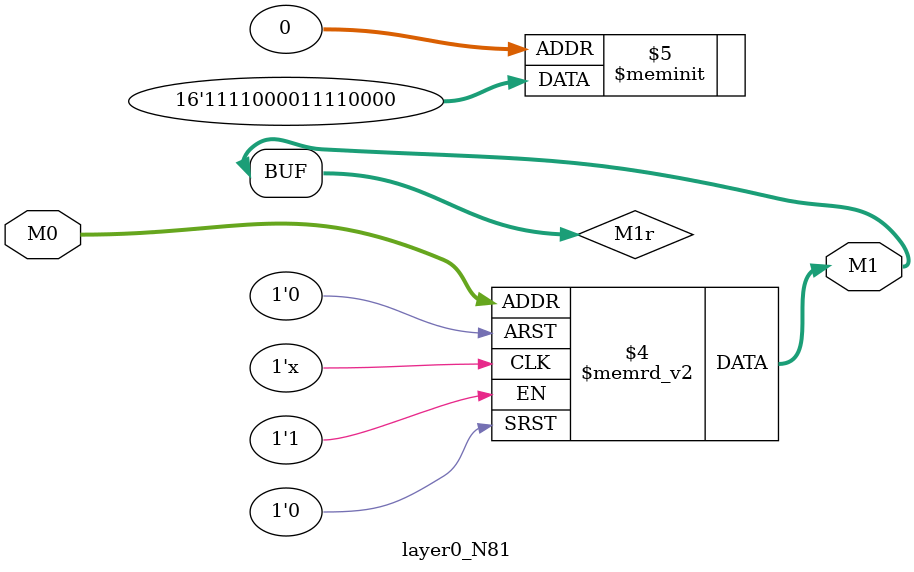
<source format=v>
module layer0_N81 ( input [2:0] M0, output [1:0] M1 );

	(*rom_style = "distributed" *) reg [1:0] M1r;
	assign M1 = M1r;
	always @ (M0) begin
		case (M0)
			3'b000: M1r = 2'b00;
			3'b100: M1r = 2'b00;
			3'b010: M1r = 2'b11;
			3'b110: M1r = 2'b11;
			3'b001: M1r = 2'b00;
			3'b101: M1r = 2'b00;
			3'b011: M1r = 2'b11;
			3'b111: M1r = 2'b11;

		endcase
	end
endmodule

</source>
